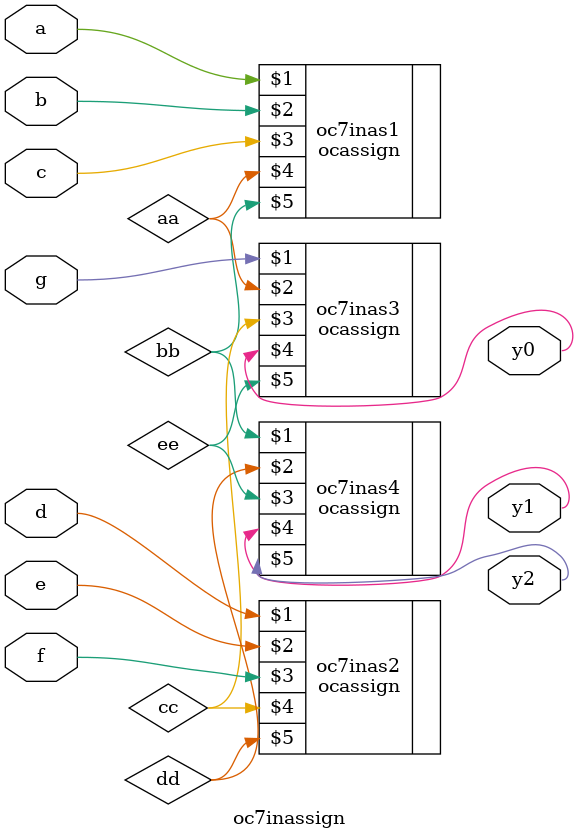
<source format=v>
`timescale 1ns/1ns
module oc7inassign (input a,b,c,d,e,f,g, output y0,y1,y2);
wire aa,bb,cc,dd,ee;
ocassign oc7inas1(a,b,c,aa,bb);
ocassign oc7inas2(d,e,f,cc,dd);
ocassign oc7inas3(g,aa,cc,y0,ee);
ocassign oc7inas4(bb,dd,ee,y1,y2);
endmodule

</source>
